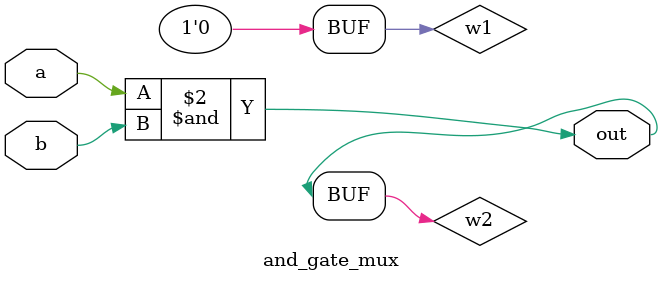
<source format=v>
`timescale 1ns / 1ps


module and_gate_mux(input a,b,output out);
wire a_not,w1,w2;
not(a_not,a);
and(w1,a_not,1'b0);
and(w2,a,b);
or(out,w1,w2);
endmodule

</source>
